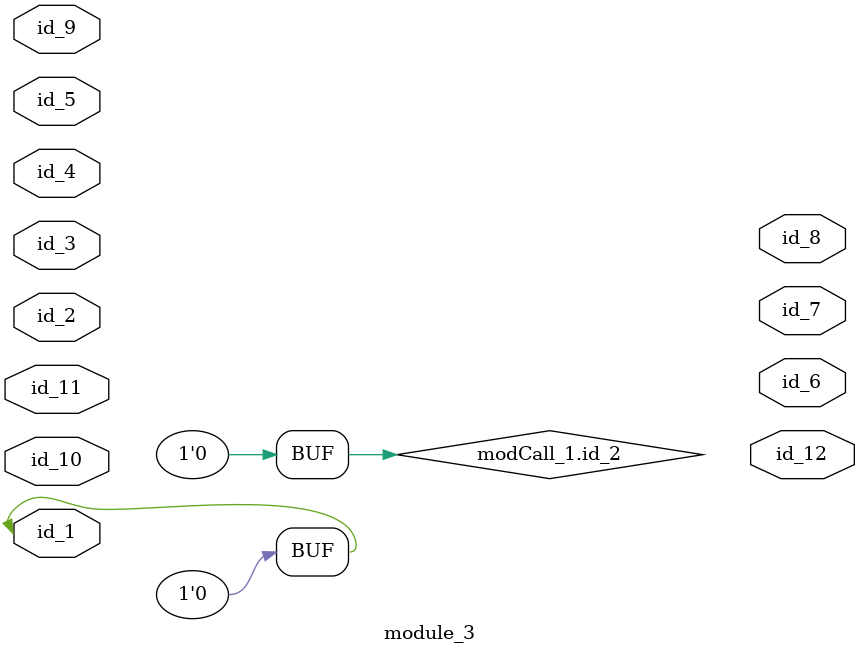
<source format=v>
module module_0;
  wire id_2;
  assign module_1.id_1 = 0;
  assign id_1 = id_2;
  module_2 modCall_1 ();
  assign modCall_1.id_1 = 0;
endmodule
module module_1;
  always id_1 <= 1;
  module_0 modCall_1 ();
endmodule
module module_2;
  assign id_1 = -1 + id_1;
  assign id_2 = -1;
  assign id_1 = 1'h0;
endmodule
module module_3 (
    id_1,
    id_2,
    id_3,
    id_4,
    id_5,
    id_6,
    id_7,
    id_8,
    id_9,
    id_10,
    id_11,
    id_12
);
  output wire id_12;
  inout wire id_11;
  inout wire id_10;
  input wire id_9;
  output wire id_8;
  output wire id_7;
  output wire id_6;
  inout wire id_5;
  input wire id_4;
  input wire id_3;
  input wire id_2;
  inout wire id_1;
  wire id_13;
  module_2 modCall_1 ();
  assign modCall_1.id_2 = 0;
  assign id_1 = -1 - 1;
endmodule

</source>
